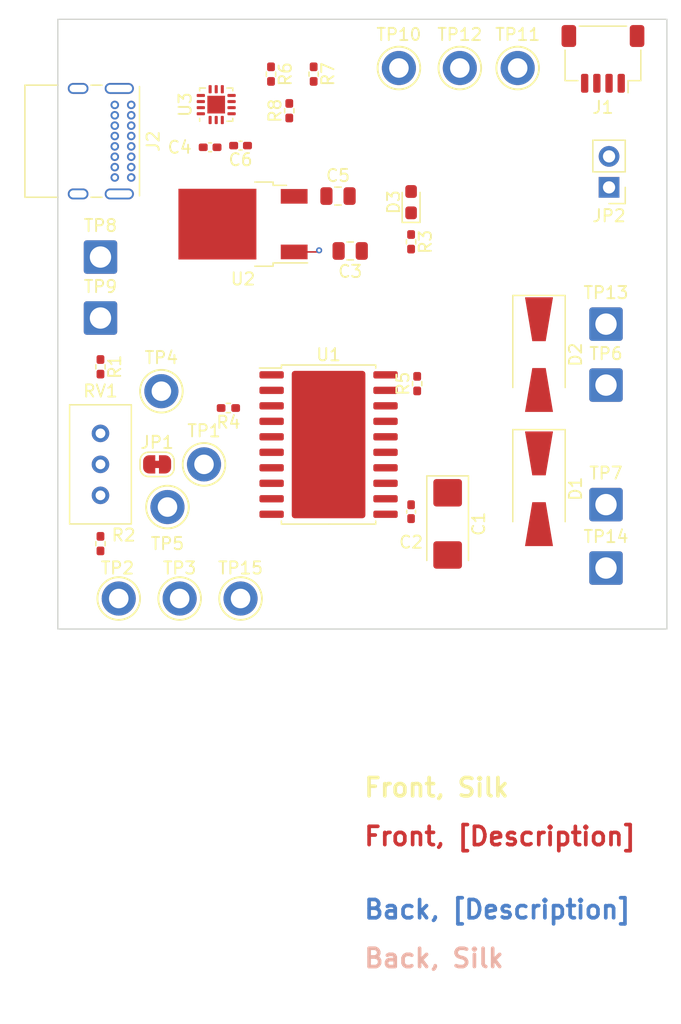
<source format=kicad_pcb>
(kicad_pcb (version 20211014) (generator pcbnew)
  (title_block (title "battery simulator PCB") (rev "0.0") (company "SK Electronics Consuling LLC") (comment 1 "Client: __________"))
  (layers (0 "F.Cu" signal) (1 "In1.Cu" signal) (2 "In2.Cu" signal) (31 "B.Cu" signal) (34 "B.Paste" user) (35 "F.Paste" user) (36 "B.SilkS" user "B.Silkscreen") (37 "F.SilkS" user "F.Silkscreen") (38 "B.Mask" user) (39 "F.Mask" user) (44 "Edge.Cuts" user))
  (net 0 "")
  (net 1 "VBUS")
  (net 2 "GND")
  (net 3 "/Power Regulation/Power Out")
  (net 4 "Net-(JP1-Pad1)")
  (net 5 "/Power Regulation/Setting IN")
  (net 6 "Net-(R1-Pad2)")
  (net 7 "Net-(R2-Pad1)")
  (net 8 "Net-(D3-Pad1)")
  (net 9 "Net-(R4-Pad1)")
  (net 10 "Net-(R5-Pad1)")
  (net 11 "Net-(TP4-Pad1)")
  (net 13 "Net-(TP2-Pad1)")
  (net 14 "Net-(TP3-Pad1)")
  (net 15 "Net-(TP5-Pad1)")
  (net 16 "+3.3V")
  (net 17 "Net-(J1-Pad2)")
  (net 18 "/SDA")
  (net 19 "/SCL")
  (net 20 "/Power Input/CC1")
  (net 24 "/Power Input/CC2")
  (net 28 "/Power Input/INT")
  (footprint "Capacitor_SMD:C_0402_1005Metric_Pad0.74x0.62mm_HandSolder" (layer "F.Cu") (at 65 60.36 180)
    (fp_text reference "C6" (at 0 -1.16) (layer "F.SilkS"))
    (fp_text value "0.1u")
    (fp_line (start -0.115835 -0.36) (end 0.115835 -0.36) (layer "F.SilkS") (width 0.12))
    (fp_line (start -0.115835 0.36) (end 0.115835 0.36) (layer "F.SilkS") (width 0.12))
    (pad "1" smd roundrect (at -0.5675 0 180) (size 0.735 0.62) (layers "F.Cu" "F.Paste" "F.Mask") (net 2 "GND"))
    (pad "2" smd roundrect (at 0.5675 0 180) (size 0.735 0.62) (layers "F.Cu" "F.Paste" "F.Mask") (net 16 "+3.3V"))
  )
  (footprint "Resistor_SMD:R_0402_1005Metric_Pad0.72x0.64mm_HandSolder" (layer "F.Cu") (at 71 54.5 -90)
    (fp_text reference "R7" (at 0 -1.17 90) (layer "F.SilkS"))
    (fp_text value "2.2k")
    (fp_line (start -0.167621 0.38) (end 0.167621 0.38) (layer "F.SilkS") (width 0.12))
    (fp_line (start -0.167621 -0.38) (end 0.167621 -0.38) (layer "F.SilkS") (width 0.12))
    (pad "1" smd roundrect (at -0.5975 0 270) (size 0.715 0.64) (layers "F.Cu" "F.Paste" "F.Mask") (net 16 "+3.3V"))
    (pad "2" smd roundrect (at 0.5975 0 270) (size 0.715 0.64) (layers "F.Cu" "F.Paste" "F.Mask") (net 19 "/SCL"))
  )
  (footprint "TestPoint:TestPoint_Keystone_5010-5014_Multipurpose" (layer "F.Cu") (at 62 86.5)
    (fp_text reference "TP1" (at 0 -2.75) (layer "F.SilkS"))
    (fp_text value "TestPoint")
    (fp_circle (center 0 0) (end 1.75 0) (layer "F.SilkS") (width 0.15) (fill none))
    (pad "1" thru_hole circle (at 0 0) (size 2.8 2.8) (drill 1.6) (layers *.Cu *.Mask) (net 5 "/Power Regulation/Setting IN"))
  )
  (footprint "Diode_SMD:D_SMA-SMB_Universal_Handsoldering" (layer "F.Cu") (at 89.5 88.5 -90)
    (fp_text reference "D1" (at 0 -3 90) (layer "F.SilkS"))
    (fp_text value "D_Schottky")
    (fp_line (start -4.85 -2.15) (end -4.85 2.15) (layer "F.SilkS") (width 0.12))
    (fp_line (start -4.85 -2.15) (end 2.7 -2.15) (layer "F.SilkS") (width 0.12))
    (fp_line (start -4.85 2.15) (end 2.7 2.15) (layer "F.SilkS") (width 0.12))
    (pad "1" smd trapezoid (at -2.9 0 270) (size 3.6 1.7) (rect_delta 0.6 0) (layers "F.Cu" "F.Paste" "F.Mask") (net 3 "/Power Regulation/Power Out"))
    (pad "2" smd trapezoid (at 2.9 0 90) (size 3.6 1.7) (rect_delta 0.6 0) (layers "F.Cu" "F.Paste" "F.Mask") (net 2 "GND"))
  )
  (footprint "Resistor_SMD:R_0402_1005Metric_Pad0.72x0.64mm_HandSolder" (layer "F.Cu") (at 67.5 54.5 -90)
    (fp_text reference "R6" (at 0 -1.17 90) (layer "F.SilkS"))
    (fp_text value "2.2k")
    (fp_line (start -0.167621 0.38) (end 0.167621 0.38) (layer "F.SilkS") (width 0.12))
    (fp_line (start -0.167621 -0.38) (end 0.167621 -0.38) (layer "F.SilkS") (width 0.12))
    (pad "1" smd roundrect (at -0.5975 0 270) (size 0.715 0.64) (layers "F.Cu" "F.Paste" "F.Mask") (net 16 "+3.3V"))
    (pad "2" smd roundrect (at 0.5975 0 270) (size 0.715 0.64) (layers "F.Cu" "F.Paste" "F.Mask") (net 18 "/SDA"))
  )
  (footprint "Capacitor_SMD:C_0805_2012Metric" (layer "F.Cu") (at 73 64.5)
    (fp_text reference "C5" (at 0 -1.68) (layer "F.SilkS"))
    (fp_text value "2.2u")
    (fp_line (start -0.261252 0.735) (end 0.261252 0.735) (layer "F.SilkS") (width 0.12))
    (fp_line (start -0.261252 -0.735) (end 0.261252 -0.735) (layer "F.SilkS") (width 0.12))
    (pad "1" smd roundrect (at -0.95 0) (size 1 1.45) (layers "F.Cu" "F.Paste" "F.Mask") (net 16 "+3.3V"))
    (pad "2" smd roundrect (at 0.95 0) (size 1 1.45) (layers "F.Cu" "F.Paste" "F.Mask") (net 2 "GND"))
  )
  (footprint "LED_SMD:LED_0603_1608Metric_Pad1.05x0.95mm_HandSolder" (layer "F.Cu") (at 79 65 90)
    (fp_text reference "D3" (at 0 -1.43 90) (layer "F.SilkS"))
    (fp_text value "LED")
    (fp_line (start 0.8 -0.735) (end -1.66 -0.735) (layer "F.SilkS") (width 0.12))
    (fp_line (start -1.66 0.735) (end 0.8 0.735) (layer "F.SilkS") (width 0.12))
    (fp_line (start -1.66 -0.735) (end -1.66 0.735) (layer "F.SilkS") (width 0.12))
    (pad "1" smd roundrect (at -0.875 0 90) (size 1.05 0.95) (layers "F.Cu" "F.Paste" "F.Mask") (net 8 "Net-(D3-Pad1)"))
    (pad "2" smd roundrect (at 0.875 0 90) (size 1.05 0.95) (layers "F.Cu" "F.Paste" "F.Mask") (net 16 "+3.3V"))
  )
  (footprint "Connector_PinHeader_2.54mm:PinHeader_1x02_P2.54mm_Vertical" (layer "F.Cu") (at 95.25 63.785 180)
    (fp_text reference "JP2" (at 0 -2.33) (layer "F.SilkS"))
    (fp_text value "Jumper_2_Open")
    (fp_line (start -1.33 1.27) (end 1.33 1.27) (layer "F.SilkS") (width 0.12))
    (fp_line (start 1.33 1.27) (end 1.33 3.87) (layer "F.SilkS") (width 0.12))
    (fp_line (start -1.33 1.27) (end -1.33 3.87) (layer "F.SilkS") (width 0.12))
    (fp_line (start -1.33 -1.33) (end 0 -1.33) (layer "F.SilkS") (width 0.12))
    (fp_line (start -1.33 3.87) (end 1.33 3.87) (layer "F.SilkS") (width 0.12))
    (fp_line (start -1.33 0) (end -1.33 -1.33) (layer "F.SilkS") (width 0.12))
    (pad "1" thru_hole rect (at 0 0 180) (size 1.7 1.7) (drill 1) (layers *.Cu *.Mask) (net 16 "+3.3V"))
    (pad "2" thru_hole oval (at 0 2.54 180) (size 1.7 1.7) (drill 1) (layers *.Cu *.Mask) (net 17 "Net-(J1-Pad2)"))
  )
  (footprint "Resistor_SMD:R_0402_1005Metric_Pad0.72x0.64mm_HandSolder" (layer "F.Cu") (at 53.5 93 -90)
    (fp_text reference "R2" (at -0.7 -1.9 180) (layer "F.SilkS"))
    (fp_text value "10k")
    (fp_line (start -0.167621 -0.38) (end 0.167621 -0.38) (layer "F.SilkS") (width 0.12))
    (fp_line (start -0.167621 0.38) (end 0.167621 0.38) (layer "F.SilkS") (width 0.12))
    (pad "1" smd roundrect (at -0.5975 0 270) (size 0.715 0.64) (layers "F.Cu" "F.Paste" "F.Mask") (net 7 "Net-(R2-Pad1)"))
    (pad "2" smd roundrect (at 0.5975 0 270) (size 0.715 0.64) (layers "F.Cu" "F.Paste" "F.Mask") (net 2 "GND"))
  )
  (footprint "Resistor_SMD:R_0402_1005Metric_Pad0.72x0.64mm_HandSolder" (layer "F.Cu") (at 79.5 79.88 90)
    (fp_text reference "R5" (at 0 -1.17 90) (layer "F.SilkS"))
    (fp_text value "1k")
    (fp_line (start -0.167621 -0.38) (end 0.167621 -0.38) (layer "F.SilkS") (width 0.12))
    (fp_line (start -0.167621 0.38) (end 0.167621 0.38) (layer "F.SilkS") (width 0.12))
    (pad "1" smd roundrect (at -0.5975 0 90) (size 0.715 0.64) (layers "F.Cu" "F.Paste" "F.Mask") (net 10 "Net-(R5-Pad1)"))
    (pad "2" smd roundrect (at 0.5975 0 90) (size 0.715 0.64) (layers "F.Cu" "F.Paste" "F.Mask") (net 2 "GND"))
  )
  (footprint "TestPoint:TestPoint_Keystone_5010-5014_Multipurpose" (layer "F.Cu") (at 78 54)
    (fp_text reference "TP10" (at 0 -2.75) (layer "F.SilkS"))
    (fp_text value "TestPoint")
    (fp_circle (center 0 0) (end 1.75 0) (layer "F.SilkS") (width 0.15) (fill none))
    (pad "1" thru_hole circle (at 0 0) (size 2.8 2.8) (drill 1.6) (layers *.Cu *.Mask) (net 28 "/Power Input/INT"))
  )
  (footprint "TestPoint:TestPoint_Keystone_5010-5014_Multipurpose" (layer "F.Cu") (at 87.75 54)
    (fp_text reference "TP11" (at 0 -2.75) (layer "F.SilkS"))
    (fp_text value "TestPoint")
    (fp_circle (center 0 0) (end 1.75 0) (layer "F.SilkS") (width 0.15) (fill none))
    (pad "1" thru_hole circle (at 0 0) (size 2.8 2.8) (drill 1.6) (layers *.Cu *.Mask) (net 18 "/SDA"))
  )
  (footprint "Connector_Wire:SolderWire-1sqmm_1x01_D1.4mm_OD2.7mm" (layer "F.Cu") (at 95 75)
    (fp_text reference "TP13" (at 0 -2.58) (layer "F.SilkS"))
    (fp_text value "TestPoint")
    (pad "1" thru_hole roundrect (at 0 0) (size 2.75 2.75) (drill 1.75) (layers *.Cu *.Mask) (roundrect_rratio 0.090909) (net 3 "/Power Regulation/Power Out"))
  )
  (footprint "Connector_USB:USB_C_Receptacle_GCT_USB4085" (layer "F.Cu") (at 56.025 57.025 -90)
    (fp_text reference "J2" (at 2.975 -1.8 90) (layer "F.SilkS"))
    (fp_text value "USB_C_Receptacle_USB2.0")
    (fp_line (start -1.62 8.73) (end 7.57 8.73) (layer "F.SilkS") (width 0.12))
    (fp_line (start 7.57 6) (end 7.57 8.73) (layer "F.SilkS") (width 0.12))
    (fp_line (start -1.62 2.4) (end -1.62 3.3) (layer "F.SilkS") (width 0.12))
    (fp_line (start -1.62 6) (end -1.62 8.73) (layer "F.SilkS") (width 0.12))
    (fp_line (start 7.57 2.4) (end 7.57 3.3) (layer "F.SilkS") (width 0.12))
    (fp_line (start -1.5 -0.68) (end 7.45 -0.68) (layer "F.SilkS") (width 0.12))
    (pad "A1" thru_hole circle (at 0 0 270) (size 0.7 0.7) (drill 0.4) (layers *.Cu *.Mask) (net 2 "GND"))
    (pad "A4" thru_hole circle (at 0.85 0 270) (size 0.7 0.7) (drill 0.4) (layers *.Cu *.Mask) (net 1 "VBUS"))
    (pad "A5" thru_hole circle (at 1.7 0 270) (size 0.7 0.7) (drill 0.4) (layers *.Cu *.Mask) (net 20 "/Power Input/CC1"))
    (pad "A6" thru_hole circle (at 2.55 0 270) (size 0.7 0.7) (drill 0.4) (layers *.Cu *.Mask))
    (pad "A7" thru_hole circle (at 3.4 0 270) (size 0.7 0.7) (drill 0.4) (layers *.Cu *.Mask))
    (pad "A8" thru_hole circle (at 4.25 0 270) (size 0.7 0.7) (drill 0.4) (layers *.Cu *.Mask))
    (pad "A9" thru_hole circle (at 5.1 0 270) (size 0.7 0.7) (drill 0.4) (layers *.Cu *.Mask) (net 1 "VBUS"))
    (pad "A12" thru_hole circle (at 5.95 0 270) (size 0.7 0.7) (drill 0.4) (layers *.Cu *.Mask) (net 2 "GND"))
    (pad "B1" thru_hole circle (at 5.95 1.35 270) (size 0.7 0.7) (drill 0.4) (layers *.Cu *.Mask) (net 2 "GND"))
    (pad "B4" thru_hole circle (at 5.1 1.35 270) (size 0.7 0.7) (drill 0.4) (layers *.Cu *.Mask) (net 1 "VBUS"))
    (pad "B5" thru_hole circle (at 4.25 1.35 270) (size 0.7 0.7) (drill 0.4) (layers *.Cu *.Mask) (net 24 "/Power Input/CC2"))
    (pad "B6" thru_hole circle (at 3.4 1.35 270) (size 0.7 0.7) (drill 0.4) (layers *.Cu *.Mask))
    (pad "B7" thru_hole circle (at 2.55 1.35 270) (size 0.7 0.7) (drill 0.4) (layers *.Cu *.Mask))
    (pad "B8" thru_hole circle (at 1.7 1.35 270) (size 0.7 0.7) (drill 0.4) (layers *.Cu *.Mask))
    (pad "B9" thru_hole circle (at 0.85 1.35 270) (size 0.7 0.7) (drill 0.4) (layers *.Cu *.Mask) (net 1 "VBUS"))
    (pad "B12" thru_hole circle (at 0 1.35 270) (size 0.7 0.7) (drill 0.4) (layers *.Cu *.Mask) (net 2 "GND"))
    (pad "S1" thru_hole oval (at 7.3 0.98 270) (size 0.9 2.4) (drill oval 0.6 2.1) (layers *.Cu *.Mask) (net 2 "GND"))
    (pad "S1" thru_hole oval (at 7.3 4.36 270) (size 0.9 1.7) (drill oval 0.6 1.4) (layers *.Cu *.Mask) (net 2 "GND"))
    (pad "S1" thru_hole oval (at -1.35 4.36 270) (size 0.9 1.7) (drill oval 0.6 1.4) (layers *.Cu *.Mask) (net 2 "GND"))
    (pad "S1" thru_hole oval (at -1.35 0.98 270) (size 0.9 2.4) (drill oval 0.6 2.1) (layers *.Cu *.Mask) (net 2 "GND"))
  )
  (footprint "Capacitor_Tantalum_SMD:CP_EIA-6032-20_AVX-F_Pad2.25x2.35mm_HandSolder" (layer "F.Cu") (at 82 91.38 -90)
    (fp_text reference "C1" (at 0 -2.55 90) (layer "F.SilkS"))
    (fp_text value "47u")
    (fp_line (start -3.935 -1.71) (end -3.935 1.71) (layer "F.SilkS") (width 0.12))
    (fp_line (start 3 -1.71) (end -3.935 -1.71) (layer "F.SilkS") (width 0.12))
    (fp_line (start -3.935 1.71) (end 3 1.71) (layer "F.SilkS") (width 0.12))
    (pad "1" smd roundrect (at -2.55 0 270) (size 2.25 2.35) (layers "F.Cu" "F.Paste" "F.Mask") (roundrect_rratio 0.111111) (net 1 "VBUS"))
    (pad "2" smd roundrect (at 2.55 0 270) (size 2.25 2.35) (layers "F.Cu" "F.Paste" "F.Mask") (roundrect_rratio 0.111111) (net 2 "GND"))
  )
  (footprint "Connector_Wire:SolderWire-1sqmm_1x01_D1.4mm_OD2.7mm" (layer "F.Cu") (at 95 80)
    (fp_text reference "TP6" (at 0 -2.58) (layer "F.SilkS"))
    (fp_text value "TestPoint")
    (pad "1" thru_hole roundrect (at 0 0) (size 2.75 2.75) (drill 1.75) (layers *.Cu *.Mask) (roundrect_rratio 0.090909) (net 3 "/Power Regulation/Power Out"))
  )
  (footprint "Package_TO_SOT_SMD:TO-252-2" (layer "F.Cu") (at 65.2 66.8 180)
    (fp_text reference "U2" (at 0 -4.5) (layer "F.SilkS"))
    (fp_text value "BD33C0AFP-CE2")
    (fp_line (start -2.47 -3.45) (end -2.47 -3.18) (layer "F.SilkS") (width 0.12))
    (fp_line (start -2.47 3.18) (end -3.57 3.18) (layer "F.SilkS") (width 0.12))
    (fp_line (start -2.47 -3.18) (end -5.3 -3.18) (layer "F.SilkS") (width 0.12))
    (fp_line (start -0.97 3.45) (end -2.47 3.45) (layer "F.SilkS") (width 0.12))
    (fp_line (start -0.97 -3.45) (end -2.47 -3.45) (layer "F.SilkS") (width 0.12))
    (fp_line (start -2.47 3.45) (end -2.47 3.18) (layer "F.SilkS") (width 0.12))
    (pad "1" smd rect (at -4.2 -2.28 180) (size 2.2 1.2) (layers "F.Cu" "F.Paste" "F.Mask") (net 1 "VBUS"))
    (pad "2" smd rect (at 2.1 0 180) (size 6.4 5.8) (layers "F.Cu" "F.Mask") (net 2 "GND"))
    (pad "3" smd rect (at -4.2 2.28 180) (size 2.2 1.2) (layers "F.Cu" "F.Paste" "F.Mask") (net 16 "+3.3V"))
  )
  (footprint "TestPoint:TestPoint_Keystone_5010-5014_Multipurpose" (layer "F.Cu") (at 59 90)
    (fp_text reference "TP5" (at 0 3) (layer "F.SilkS"))
    (fp_text value "TestPoint")
    (fp_circle (center 0 0) (end 1.75 0) (layer "F.SilkS") (width 0.15) (fill none))
    (pad "1" thru_hole circle (at 0 0) (size 2.8 2.8) (drill 1.6) (layers *.Cu *.Mask) (net 15 "Net-(TP5-Pad1)"))
  )
  (footprint "Jumper:SolderJumper-2_P1.3mm_Bridged_RoundedPad1.0x1.5mm" (layer "F.Cu") (at 58.15 86.5)
    (fp_text reference "JP1" (at 0 -1.8) (layer "F.SilkS"))
    (fp_text value "Jumper_2_Bridged")
    (fp_poly (pts (xy 0.25 -0.3) (xy -0.25 -0.3) (xy -0.25 0.3) (xy 0.25 0.3)) (layer "F.Cu") (width 0) (fill solid))
    (fp_line (start -0.7 -1) (end 0.7 -1) (layer "F.SilkS") (width 0.12))
    (fp_line (start 0.7 1) (end -0.7 1) (layer "F.SilkS") (width 0.12))
    (fp_line (start -1.4 0.3) (end -1.4 -0.3) (layer "F.SilkS") (width 0.12))
    (fp_line (start 1.4 -0.3) (end 1.4 0.3) (layer "F.SilkS") (width 0.12))
    (fp_arc (start 0.7 -1) (mid 1.194975 -0.794975) (end 1.4 -0.3) (layer "F.SilkS") (width 0.12))
    (fp_arc (start -0.7 1) (mid -1.194975 0.794975) (end -1.4 0.3) (layer "F.SilkS") (width 0.12))
    (fp_arc (start -1.4 -0.3) (mid -1.194975 -0.794975) (end -0.7 -1) (layer "F.SilkS") (width 0.12))
    (fp_arc (start 1.4 0.3) (mid 1.194975 0.794975) (end 0.7 1) (layer "F.SilkS") (width 0.12))
    (pad "1" smd custom (at -0.65 0) (size 1 0.5) (layers "F.Cu" "F.Mask") (net 4 "Net-(JP1-Pad1)") (options (clearance outline) (anchor rect)) (primitives (gr_circle (center 0 0.25) (end 0.5 0.25) (width 0) (fill yes)) (gr_circle (center 0 -0.25) (end 0.5 -0.25) (width 0) (fill yes)) (gr_poly (pts (xy 0.5 0.75) (xy 0 0.75) (xy 0 -0.75) (xy 0.5 -0.75)) (width 0) (fill yes))))
    (pad "2" smd custom (at 0.65 0) (size 1 0.5) (layers "F.Cu" "F.Mask") (net 5 "/Power Regulation/Setting IN") (options (clearance outline) (anchor rect)) (primitives (gr_circle (center 0 0.25) (end 0.5 0.25) (width 0) (fill yes)) (gr_circle (center 0 -0.25) (end 0.5 -0.25) (width 0) (fill yes)) (gr_poly (pts (xy 0 0.75) (xy -0.5 0.75) (xy -0.5 -0.75) (xy 0 -0.75)) (width 0) (fill yes))))
  )
  (footprint "Package_DFN_QFN:WQFN-14-1EP_2.5x2.5mm_P0.5mm_EP1.45x1.45mm" (layer "F.Cu") (at 63 57 90)
    (fp_text reference "U3" (at 0 -2.55 90) (layer "F.SilkS"))
    (fp_text value "FUSB302BMPX")
    (fp_line (start 1.135 -1.36) (end 1.36 -1.36) (layer "F.SilkS") (width 0.12))
    (fp_line (start 1.135 1.36) (end 1.36 1.36) (layer "F.SilkS") (width 0.12))
    (fp_line (start -1.36 1.36) (end -1.36 0.885) (layer "F.SilkS") (width 0.12))
    (fp_line (start -1.135 -1.36) (end -1.36 -1.36) (layer "F.SilkS") (width 0.12))
    (fp_line (start -1.135 1.36) (end -1.36 1.36) (layer "F.SilkS") (width 0.12))
    (fp_line (start 1.36 1.36) (end 1.36 0.885) (layer "F.SilkS") (width 0.12))
    (fp_line (start 1.36 -1.36) (end 1.36 -0.885) (layer "F.SilkS") (width 0.12))
    (pad "1" smd roundrect (at -1.2625 -0.5 90) (size 0.675 0.25) (layers "F.Cu" "F.Paste" "F.Mask") (net 24 "/Power Input/CC2"))
    (pad "2" smd roundrect (at -1.2625 0 90) (size 0.675 0.25) (layers "F.Cu" "F.Paste" "F.Mask") (net 1 "VBUS"))
    (pad "3" smd roundrect (at -1.2625 0.5 90) (size 0.675 0.25) (layers "F.Cu" "F.Paste" "F.Mask") (net 16 "+3.3V"))
    (pad "4" smd roundrect (at -0.75 1.2625 90) (size 0.25 0.675) (layers "F.Cu" "F.Paste" "F.Mask") (net 16 "+3.3V"))
    (pad "5" smd roundrect (at -0.25 1.2625 90) (size 0.25 0.675) (layers "F.Cu" "F.Paste" "F.Mask") (net 28 "/Power Input/INT"))
    (pad "6" smd roundrect (at 0.25 1.2625 90) (size 0.25 0.675) (layers "F.Cu" "F.Paste" "F.Mask") (net 19 "/SCL"))
    (pad "7" smd roundrect (at 0.75 1.2625 90) (size 0.25 0.675) (layers "F.Cu" "F.Paste" "F.Mask") (net 18 "/SDA"))
    (pad "8" smd roundrect (at 1.2625 0.5 90) (size 0.675 0.25) (layers "F.Cu" "F.Paste" "F.Mask") (net 2 "GND"))
    (pad "9" smd roundrect (at 1.2625 0 90) (size 0.675 0.25) (layers "F.Cu" "F.Paste" "F.Mask") (net 2 "GND"))
    (pad "10" smd roundrect (at 1.2625 -0.5 90) (size 0.675 0.25) (layers "F.Cu" "F.Paste" "F.Mask") (net 20 "/Power Input/CC1"))
    (pad "11" smd roundrect (at 0.75 -1.2625 90) (size 0.25 0.675) (layers "F.Cu" "F.Paste" "F.Mask") (net 20 "/Power Input/CC1"))
    (pad "12" smd roundrect (at 0.25 -1.2625 90) (size 0.25 0.675) (layers "F.Cu" "F.Paste" "F.Mask") (net 16 "+3.3V"))
    (pad "13" smd roundrect (at -0.25 -1.2625 90) (size 0.25 0.675) (layers "F.Cu" "F.Paste" "F.Mask") (net 16 "+3.3V"))
    (pad "14" smd roundrect (at -0.75 -1.2625 90) (size 0.25 0.675) (layers "F.Cu" "F.Paste" "F.Mask") (net 24 "/Power Input/CC2"))
    (pad "15" smd rect (at 0 0 90) (size 1.45 1.45) (layers "F.Cu" "F.Mask") (net 2 "GND"))
  )
  (footprint "TestPoint:TestPoint_Keystone_5005-5009_Compact" (layer "F.Cu") (at 60 97.5)
    (fp_text reference "TP3" (at 0 -2.5) (layer "F.SilkS"))
    (fp_text value "TestPoint")
    (fp_circle (center 0 0) (end 1.75 0) (layer "F.SilkS") (width 0.15) (fill none))
    (pad "1" thru_hole circle (at 0 0) (size 2.8 2.8) (drill 1.6) (layers *.Cu *.Mask) (net 14 "Net-(TP3-Pad1)"))
  )
  (footprint "Resistor_SMD:R_0402_1005Metric_Pad0.72x0.64mm_HandSolder" (layer "F.Cu") (at 53.5 78.5 -90)
    (fp_text reference "R1" (at 0 -1.17 90) (layer "F.SilkS"))
    (fp_text value "10k")
    (fp_line (start -0.167621 0.38) (end 0.167621 0.38) (layer "F.SilkS") (width 0.12))
    (fp_line (start -0.167621 -0.38) (end 0.167621 -0.38) (layer "F.SilkS") (width 0.12))
    (pad "1" smd roundrect (at -0.5975 0 270) (size 0.715 0.64) (layers "F.Cu" "F.Paste" "F.Mask") (net 1 "VBUS"))
    (pad "2" smd roundrect (at 0.5975 0 270) (size 0.715 0.64) (layers "F.Cu" "F.Paste" "F.Mask") (net 6 "Net-(R1-Pad2)"))
  )
  (footprint "Connector_Wire:SolderWire-1sqmm_1x01_D1.4mm_OD2.7mm" (layer "F.Cu") (at 53.5 69.5)
    (fp_text reference "TP8" (at 0 -2.58) (layer "F.SilkS"))
    (fp_text value "TestPoint")
    (pad "1" thru_hole roundrect (at 0 0) (size 2.75 2.75) (drill 1.75) (layers *.Cu *.Mask) (roundrect_rratio 0.090909) (net 1 "VBUS"))
  )
  (footprint "Connector_Wire:SolderWire-1sqmm_1x01_D1.4mm_OD2.7mm" (layer "F.Cu") (at 95 89.8)
    (fp_text reference "TP7" (at 0 -2.58) (layer "F.SilkS"))
    (fp_text value "TestPoint")
    (pad "1" thru_hole roundrect (at 0 0) (size 2.75 2.75) (drill 1.75) (layers *.Cu *.Mask) (roundrect_rratio 0.090909) (net 2 "GND"))
  )
  (footprint "Potentiometer_THT:Potentiometer_Bourns_3386C_Horizontal" (layer "F.Cu") (at 53.5 83.96)
    (fp_text reference "RV1" (at 0 -3.475) (layer "F.SilkS"))
    (fp_text value "5k")
    (fp_line (start -2.535 -2.345) (end -2.535 7.425) (layer "F.SilkS") (width 0.12))
    (fp_line (start 2.535 -2.345) (end 2.535 7.425) (layer "F.SilkS") (width 0.12))
    (fp_line (start -2.535 -2.345) (end 2.535 -2.345) (layer "F.SilkS") (width 0.12))
    (fp_line (start -2.535 7.425) (end 2.535 7.425) (layer "F.SilkS") (width 0.12))
    (pad "1" thru_hole circle (at 0 0) (size 1.44 1.44) (drill 0.8) (layers *.Cu *.Mask) (net 6 "Net-(R1-Pad2)"))
    (pad "2" thru_hole circle (at 0 2.54) (size 1.44 1.44) (drill 0.8) (layers *.Cu *.Mask) (net 4 "Net-(JP1-Pad1)"))
    (pad "3" thru_hole circle (at 0 5.08) (size 1.44 1.44) (drill 0.8) (layers *.Cu *.Mask) (net 7 "Net-(R2-Pad1)"))
  )
  (footprint "Package_SO:SO-20-1EP_7.52x12.825mm_P1.27mm_EP6.045x12.09mm_Mask3.56x4.47mm" (layer "F.Cu") (at 72.225 84.875)
    (fp_text reference "U1" (at 0 -7.36) (layer "F.SilkS"))
    (fp_text value "OPA569DWP")
    (fp_line (start -3.87 -6.5225) (end -3.87 -6.275) (layer "F.SilkS") (width 0.12))
    (fp_line (start 0 6.5225) (end -3.87 6.5225) (layer "F.SilkS") (width 0.12))
    (fp_line (start 3.87 -6.5225) (end 3.87 -6.275) (layer "F.SilkS") (width 0.12))
    (fp_line (start -3.87 6.5225) (end -3.87 6.275) (layer "F.SilkS") (width 0.12))
    (fp_line (start 3.87 6.5225) (end 3.87 6.275) (layer "F.SilkS") (width 0.12))
    (fp_line (start 0 -6.5225) (end -3.87 -6.5225) (layer "F.SilkS") (width 0.12))
    (fp_line (start -3.87 -6.275) (end -5.675 -6.275) (layer "F.SilkS") (width 0.12))
    (fp_line (start 0 -6.5225) (end 3.87 -6.5225) (layer "F.SilkS") (width 0.12))
    (fp_line (start 0 6.5225) (end 3.87 6.5225) (layer "F.SilkS") (width 0.12))
    (pad "1" smd roundrect (at -4.675 -5.715) (size 2 0.6) (layers "F.Cu" "F.Paste" "F.Mask") (net 2 "GND"))
    (pad "2" smd roundrect (at -4.675 -4.445) (size 2 0.6) (layers "F.Cu" "F.Paste" "F.Mask") (net 11 "Net-(TP4-Pad1)"))
    (pad "3" smd roundrect (at -4.675 -3.175) (size 2 0.6) (layers "F.Cu" "F.Paste" "F.Mask") (net 9 "Net-(R4-Pad1)"))
    (pad "4" smd roundrect (at -4.675 -1.905) (size 2 0.6) (layers "F.Cu" "F.Paste" "F.Mask") (net 13 "Net-(TP2-Pad1)"))
    (pad "5" smd roundrect (at -4.675 -0.635) (size 2 0.6) (layers "F.Cu" "F.Paste" "F.Mask") (net 3 "/Power Regulation/Power Out"))
    (pad "6" smd roundrect (at -4.675 0.635) (size 2 0.6) (layers "F.Cu" "F.Paste" "F.Mask") (net 5 "/Power Regulation/Setting IN"))
    (pad "7" smd roundrect (at -4.675 1.905) (size 2 0.6) (layers "F.Cu" "F.Paste" "F.Mask") (net 14 "Net-(TP3-Pad1)"))
    (pad "8" smd roundrect (at -4.675 3.175) (size 2 0.6) (layers "F.Cu" "F.Paste" "F.Mask") (net 14 "Net-(TP3-Pad1)"))
    (pad "9" smd roundrect (at -4.675 4.445) (size 2 0.6) (layers "F.Cu" "F.Paste" "F.Mask") (net 15 "Net-(TP5-Pad1)"))
    (pad "10" smd roundrect (at -4.675 5.715) (size 2 0.6) (layers "F.Cu" "F.Paste" "F.Mask") (net 2 "GND"))
    (pad "11" smd roundrect (at 4.675 5.715) (size 2 0.6) (layers "F.Cu" "F.Paste" "F.Mask") (net 2 "GND"))
    (pad "12" smd roundrect (at 4.675 4.445) (size 2 0.6) (layers "F.Cu" "F.Paste" "F.Mask") (net 1 "VBUS"))
    (pad "13" smd roundrect (at 4.675 3.175) (size 2 0.6) (layers "F.Cu" "F.Paste" "F.Mask") (net 1 "VBUS"))
    (pad "14" smd roundrect (at 4.675 1.905) (size 2 0.6) (layers "F.Cu" "F.Paste" "F.Mask") (net 3 "/Power Regulation/Power Out"))
    (pad "15" smd roundrect (at 4.675 0.635) (size 2 0.6) (layers "F.Cu" "F.Paste" "F.Mask") (net 3 "/Power Regulation/Power Out"))
    (pad "16" smd roundrect (at 4.675 -0.635) (size 2 0.6) (layers "F.Cu" "F.Paste" "F.Mask"))
    (pad "17" smd roundrect (at 4.675 -1.905) (size 2 0.6) (layers "F.Cu" "F.Paste" "F.Mask") (net 2 "GND"))
    (pad "18" smd roundrect (at 4.675 -3.175) (size 2 0.6) (layers "F.Cu" "F.Paste" "F.Mask") (net 2 "GND"))
    (pad "19" smd roundrect (at 4.675 -4.445) (size 2 0.6) (layers "F.Cu" "F.Paste" "F.Mask") (net 10 "Net-(R5-Pad1)"))
    (pad "20" smd roundrect (at 4.675 -5.715) (size 2 0.6) (layers "F.Cu" "F.Paste" "F.Mask") (net 2 "GND"))
    (pad "21" smd roundrect (at 0 0) (size 6.045 12.09) (layers "F.Cu") (roundrect_rratio 0.041356) (net 2 "GND"))
  )
  (footprint "Connector_Wire:SolderWire-1sqmm_1x01_D1.4mm_OD2.7mm" (layer "F.Cu") (at 53.5 74.5)
    (fp_text reference "TP9" (at 0 -2.58) (layer "F.SilkS"))
    (fp_text value "TestPoint")
    (pad "1" thru_hole roundrect (at 0 0) (size 2.75 2.75) (drill 1.75) (layers *.Cu *.Mask) (roundrect_rratio 0.090909) (net 2 "GND"))
  )
  (footprint "Capacitor_SMD:C_0402_1005Metric_Pad0.74x0.62mm_HandSolder" (layer "F.Cu") (at 62.5 60.5)
    (fp_text reference "C4" (at -2.5 0) (layer "F.SilkS"))
    (fp_text value "0.1u")
    (fp_line (start -0.115835 -0.36) (end 0.115835 -0.36) (layer "F.SilkS") (width 0.12))
    (fp_line (start -0.115835 0.36) (end 0.115835 0.36) (layer "F.SilkS") (width 0.12))
    (pad "1" smd roundrect (at -0.5675 0) (size 0.735 0.62) (layers "F.Cu" "F.Paste" "F.Mask") (net 2 "GND"))
    (pad "2" smd roundrect (at 0.5675 0) (size 0.735 0.62) (layers "F.Cu" "F.Paste" "F.Mask") (net 1 "VBUS"))
  )
  (footprint "Connector_Wire:SolderWire-1sqmm_1x01_D1.4mm_OD2.7mm" (layer "F.Cu") (at 95 95)
    (fp_text reference "TP14" (at 0 -2.58) (layer "F.SilkS"))
    (fp_text value "TestPoint")
    (pad "1" thru_hole roundrect (at 0 0) (size 2.75 2.75) (drill 1.75) (layers *.Cu *.Mask) (roundrect_rratio 0.090909) (net 2 "GND"))
  )
  (footprint "TestPoint:TestPoint_Keystone_5010-5014_Multipurpose" (layer "F.Cu") (at 83 54)
    (fp_text reference "TP12" (at 0 -2.75) (layer "F.SilkS"))
    (fp_text value "TestPoint")
    (fp_circle (center 0 0) (end 1.75 0) (layer "F.SilkS") (width 0.15) (fill none))
    (pad "1" thru_hole circle (at 0 0) (size 2.8 2.8) (drill 1.6) (layers *.Cu *.Mask) (net 19 "/SCL"))
  )
  (footprint "TestPoint:TestPoint_Keystone_5010-5014_Multipurpose" (layer "F.Cu") (at 65 97.5)
    (fp_text reference "TP15" (at 0 -2.5) (layer "F.SilkS"))
    (fp_text value "TestPoint")
    (fp_circle (center 0 0) (end 1.75 0) (layer "F.SilkS") (width 0.15) (fill none))
    (pad "1" thru_hole circle (at 0 0) (size 2.8 2.8) (drill 1.6) (layers *.Cu *.Mask) (net 10 "Net-(R5-Pad1)"))
  )
  (footprint "Resistor_SMD:R_0402_1005Metric_Pad0.72x0.64mm_HandSolder" (layer "F.Cu") (at 64 81.88 180)
    (fp_text reference "R4" (at 0 -1.17) (layer "F.SilkS"))
    (fp_text value "5.76k")
    (fp_line (start -0.167621 -0.38) (end 0.167621 -0.38) (layer "F.SilkS") (width 0.12))
    (fp_line (start -0.167621 0.38) (end 0.167621 0.38) (layer "F.SilkS") (width 0.12))
    (pad "1" smd roundrect (at -0.5975 0 180) (size 0.715 0.64) (layers "F.Cu" "F.Paste" "F.Mask") (net 9 "Net-(R4-Pad1)"))
    (pad "2" smd roundrect (at 0.5975 0 180) (size 0.715 0.64) (layers "F.Cu" "F.Paste" "F.Mask") (net 2 "GND"))
  )
  (footprint "TestPoint:TestPoint_Keystone_5010-5014_Multipurpose" (layer "F.Cu") (at 58.5 80.5)
    (fp_text reference "TP4" (at 0 -2.75) (layer "F.SilkS"))
    (fp_text value "TestPoint")
    (fp_circle (center 0 0) (end 1.75 0) (layer "F.SilkS") (width 0.15) (fill none))
    (pad "1" thru_hole circle (at 0 0) (size 2.8 2.8) (drill 1.6) (layers *.Cu *.Mask) (net 11 "Net-(TP4-Pad1)"))
  )
  (footprint "Capacitor_SMD:C_0805_2012Metric" (layer "F.Cu") (at 74 69 180)
    (fp_text reference "C3" (at 0 -1.68) (layer "F.SilkS"))
    (fp_text value "2.2u")
    (fp_line (start -0.261252 0.735) (end 0.261252 0.735) (layer "F.SilkS") (width 0.12))
    (fp_line (start -0.261252 -0.735) (end 0.261252 -0.735) (layer "F.SilkS") (width 0.12))
    (pad "1" smd roundrect (at -0.95 0 180) (size 1 1.45) (layers "F.Cu" "F.Paste" "F.Mask") (net 2 "GND"))
    (pad "2" smd roundrect (at 0.95 0 180) (size 1 1.45) (layers "F.Cu" "F.Paste" "F.Mask") (net 1 "VBUS"))
  )
  (footprint "Resistor_SMD:R_0402_1005Metric_Pad0.72x0.64mm_HandSolder" (layer "F.Cu") (at 79 68.25 -90)
    (fp_text reference "R3" (at 0 -1.17 90) (layer "F.SilkS"))
    (fp_text value "5.76k")
    (fp_line (start -0.167621 -0.38) (end 0.167621 -0.38) (layer "F.SilkS") (width 0.12))
    (fp_line (start -0.167621 0.38) (end 0.167621 0.38) (layer "F.SilkS") (width 0.12))
    (pad "1" smd roundrect (at -0.5975 0 270) (size 0.715 0.64) (layers "F.Cu" "F.Paste" "F.Mask") (net 8 "Net-(D3-Pad1)"))
    (pad "2" smd roundrect (at 0.5975 0 270) (size 0.715 0.64) (layers "F.Cu" "F.Paste" "F.Mask") (net 2 "GND"))
  )
  (footprint "Diode_SMD:D_SMA-SMB_Universal_Handsoldering" (layer "F.Cu") (at 89.5 77.5 -90)
    (fp_text reference "D2" (at 0 -3 90) (layer "F.SilkS"))
    (fp_text value "D_Schottky")
    (fp_line (start -4.85 -2.15) (end 2.7 -2.15) (layer "F.SilkS") (width 0.12))
    (fp_line (start -4.85 -2.15) (end -4.85 2.15) (layer "F.SilkS") (width 0.12))
    (fp_line (start -4.85 2.15) (end 2.7 2.15) (layer "F.SilkS") (width 0.12))
    (pad "1" smd trapezoid (at -2.9 0 270) (size 3.6 1.7) (rect_delta 0.6 0) (layers "F.Cu" "F.Paste" "F.Mask") (net 1 "VBUS"))
    (pad "2" smd trapezoid (at 2.9 0 90) (size 3.6 1.7) (rect_delta 0.6 0) (layers "F.Cu" "F.Paste" "F.Mask") (net 3 "/Power Regulation/Power Out"))
  )
  (footprint "TestPoint:TestPoint_Keystone_5005-5009_Compact" (layer "F.Cu") (at 55 97.5)
    (fp_text reference "TP2" (at -0.1 -2.5 180) (layer "F.SilkS"))
    (fp_text value "TestPoint")
    (fp_circle (center 0 0) (end 1.75 0) (layer "F.SilkS") (width 0.15) (fill none))
    (pad "1" thru_hole circle (at 0 0) (size 2.8 2.8) (drill 1.6) (layers *.Cu *.Mask) (net 13 "Net-(TP2-Pad1)"))
  )
  (footprint "Capacitor_SMD:C_0402_1005Metric_Pad0.74x0.62mm_HandSolder" (layer "F.Cu") (at 79 90.38 90)
    (fp_text reference "C2" (at -2.5 0 180) (layer "F.SilkS"))
    (fp_text value "0.1u")
    (fp_line (start -0.115835 -0.36) (end 0.115835 -0.36) (layer "F.SilkS") (width 0.12))
    (fp_line (start -0.115835 0.36) (end 0.115835 0.36) (layer "F.SilkS") (width 0.12))
    (pad "1" smd roundrect (at -0.5675 0 90) (size 0.735 0.62) (layers "F.Cu" "F.Paste" "F.Mask") (net 2 "GND"))
    (pad "2" smd roundrect (at 0.5675 0 90) (size 0.735 0.62) (layers "F.Cu" "F.Paste" "F.Mask") (net 1 "VBUS"))
  )
  (footprint "Resistor_SMD:R_0402_1005Metric_Pad0.72x0.64mm_HandSolder" (layer "F.Cu") (at 69 57.5 90)
    (fp_text reference "R8" (at 0 -1.17 90) (layer "F.SilkS"))
    (fp_text value "4.7k")
    (fp_line (start -0.167621 0.38) (end 0.167621 0.38) (layer "F.SilkS") (width 0.12))
    (fp_line (start -0.167621 -0.38) (end 0.167621 -0.38) (layer "F.SilkS") (width 0.12))
    (pad "1" smd roundrect (at -0.5975 0 90) (size 0.715 0.64) (layers "F.Cu" "F.Paste" "F.Mask") (net 16 "+3.3V"))
    (pad "2" smd roundrect (at 0.5975 0 90) (size 0.715 0.64) (layers "F.Cu" "F.Paste" "F.Mask") (net 28 "/Power Input/INT"))
  )
  (footprint "Connector_JST:JST_SH_SM04B-SRSS-TB_1x04-1MP_P1.00mm_Horizontal" (layer "F.Cu") (at 94.75 53.25 180)
    (fp_text reference "J1" (at 0 -3.98) (layer "F.SilkS"))
    (fp_text value "QWIIC")
    (fp_line (start -3.11 -1.785) (end -2.06 -1.785) (layer "F.SilkS") (width 0.12))
    (fp_line (start -2.06 -1.785) (end -2.06 -2.775) (layer "F.SilkS") (width 0.12))
    (fp_line (start -3.11 0.715) (end -3.11 -1.785) (layer "F.SilkS") (width 0.12))
    (fp_line (start 3.11 0.715) (end 3.11 -1.785) (layer "F.SilkS") (width 0.12))
    (fp_line (start 3.11 -1.785) (end 2.06 -1.785) (layer "F.SilkS") (width 0.12))
    (fp_line (start -1.94 2.685) (end 1.94 2.685) (layer "F.SilkS") (width 0.12))
    (pad "1" smd roundrect (at -1.5 -2 180) (size 0.6 1.55) (layers "F.Cu" "F.Paste" "F.Mask") (net 2 "GND"))
    (pad "2" smd roundrect (at -0.5 -2 180) (size 0.6 1.55) (layers "F.Cu" "F.Paste" "F.Mask") (net 17 "Net-(J1-Pad2)"))
    (pad "3" smd roundrect (at 0.5 -2 180) (size 0.6 1.55) (layers "F.Cu" "F.Paste" "F.Mask") (net 18 "/SDA"))
    (pad "4" smd roundrect (at 1.5 -2 180) (size 0.6 1.55) (layers "F.Cu" "F.Paste" "F.Mask") (net 19 "/SCL"))
    (pad "MP" smd roundrect (at 2.8 1.875 180) (size 1.2 1.8) (layers "F.Cu" "F.Paste" "F.Mask") (roundrect_rratio 0.208333))
    (pad "MP" smd roundrect (at -2.8 1.875 180) (size 1.2 1.8) (layers "F.Cu" "F.Paste" "F.Mask") (roundrect_rratio 0.208333))
  )
  (gr_line (start 50 100) (end 100 100) (layer "Edge.Cuts") (width 0.1))
  (gr_line (start 100 50) (end 50 50) (layer "Edge.Cuts") (width 0.1))
  (gr_line (start 100 100) (end 100 50) (layer "Edge.Cuts") (width 0.1))
  (gr_line (start 50 50) (end 50 100) (layer "Edge.Cuts") (width 0.1))
  (gr_text "Front, [Description]" (at 75 117) (layer "F.Cu") (effects (font (size 1.5 1.5) (thickness 0.3)) (justify left)))
  (gr_text "Back, [Description]" (at 75 123) (layer "B.Cu") (effects (font (size 1.5 1.5) (thickness 0.3)) (justify left)))
  (gr_text "Back, Silk" (at 75 127) (layer "B.SilkS") (effects (font (size 1.5 1.5) (thickness 0.3)) (justify left)))
  (gr_text "Front, Silk" (at 75 113) (layer "F.SilkS") (effects (font (size 1.5 1.5) (thickness 0.3)) (justify left)))
  (segment (start 71.32 69.08) (end 71.45 68.95) (width 0.13) (layer "F.Cu") (net 1))
  (segment (start 69.4 69.08) (end 71.32 69.08) (width 0.13) (layer "F.Cu") (net 1))
  (via (at 71.45 68.95) (size 0.504) (drill 0.25) (layers "F.Cu" "B.Cu") (net 1))
)
</source>
